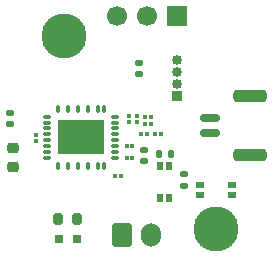
<source format=gts>
G04 #@! TF.GenerationSoftware,KiCad,Pcbnew,9.0.4*
G04 #@! TF.CreationDate,2025-10-13T14:39:45-04:00*
G04 #@! TF.ProjectId,bldc motor controller,626c6463-206d-46f7-946f-7220636f6e74,rev?*
G04 #@! TF.SameCoordinates,Original*
G04 #@! TF.FileFunction,Soldermask,Top*
G04 #@! TF.FilePolarity,Negative*
%FSLAX46Y46*%
G04 Gerber Fmt 4.6, Leading zero omitted, Abs format (unit mm)*
G04 Created by KiCad (PCBNEW 9.0.4) date 2025-10-13 14:39:45*
%MOMM*%
%LPD*%
G01*
G04 APERTURE LIST*
G04 Aperture macros list*
%AMRoundRect*
0 Rectangle with rounded corners*
0 $1 Rounding radius*
0 $2 $3 $4 $5 $6 $7 $8 $9 X,Y pos of 4 corners*
0 Add a 4 corners polygon primitive as box body*
4,1,4,$2,$3,$4,$5,$6,$7,$8,$9,$2,$3,0*
0 Add four circle primitives for the rounded corners*
1,1,$1+$1,$2,$3*
1,1,$1+$1,$4,$5*
1,1,$1+$1,$6,$7*
1,1,$1+$1,$8,$9*
0 Add four rect primitives between the rounded corners*
20,1,$1+$1,$2,$3,$4,$5,0*
20,1,$1+$1,$4,$5,$6,$7,0*
20,1,$1+$1,$6,$7,$8,$9,0*
20,1,$1+$1,$8,$9,$2,$3,0*%
G04 Aperture macros list end*
%ADD10R,0.720000X0.550000*%
%ADD11R,0.550000X0.720000*%
%ADD12R,0.800000X0.800000*%
%ADD13R,0.850000X0.850000*%
%ADD14C,0.850000*%
%ADD15RoundRect,0.250000X-0.600000X-0.750000X0.600000X-0.750000X0.600000X0.750000X-0.600000X0.750000X0*%
%ADD16O,1.700000X2.000000*%
%ADD17RoundRect,0.075000X-0.125000X-0.075000X0.125000X-0.075000X0.125000X0.075000X-0.125000X0.075000X0*%
%ADD18RoundRect,0.140000X-0.140000X-0.170000X0.140000X-0.170000X0.140000X0.170000X-0.140000X0.170000X0*%
%ADD19RoundRect,0.225000X-0.250000X0.225000X-0.250000X-0.225000X0.250000X-0.225000X0.250000X0.225000X0*%
%ADD20R,1.700000X1.700000*%
%ADD21C,1.700000*%
%ADD22RoundRect,0.200000X-0.200000X-0.275000X0.200000X-0.275000X0.200000X0.275000X-0.200000X0.275000X0*%
%ADD23RoundRect,0.150000X-0.700000X0.150000X-0.700000X-0.150000X0.700000X-0.150000X0.700000X0.150000X0*%
%ADD24RoundRect,0.250000X-1.150000X0.250000X-1.150000X-0.250000X1.150000X-0.250000X1.150000X0.250000X0*%
%ADD25RoundRect,0.140000X0.170000X-0.140000X0.170000X0.140000X-0.170000X0.140000X-0.170000X-0.140000X0*%
%ADD26RoundRect,0.140000X-0.170000X0.140000X-0.170000X-0.140000X0.170000X-0.140000X0.170000X0.140000X0*%
%ADD27RoundRect,0.075000X0.075000X-0.125000X0.075000X0.125000X-0.075000X0.125000X-0.075000X-0.125000X0*%
%ADD28O,0.280000X0.790000*%
%ADD29O,0.790000X0.280000*%
%ADD30R,4.000000X3.000000*%
%ADD31C,3.800000*%
%ADD32RoundRect,0.135000X0.185000X-0.135000X0.185000X0.135000X-0.185000X0.135000X-0.185000X-0.135000X0*%
G04 APERTURE END LIST*
D10*
G04 #@! TO.C,SW2*
X150250000Y-93350000D03*
X147550000Y-93350000D03*
X150250000Y-92550000D03*
X147550000Y-92550000D03*
G04 #@! TD*
D11*
G04 #@! TO.C,SW1*
X144100000Y-93650000D03*
X144100000Y-90950000D03*
X144900000Y-93650000D03*
X144900000Y-90950000D03*
G04 #@! TD*
D12*
G04 #@! TO.C,LED1*
X135550500Y-97100000D03*
X137149500Y-97100000D03*
G04 #@! TD*
D13*
G04 #@! TO.C,J1*
X145600000Y-85000000D03*
D14*
X145600000Y-84000000D03*
X145600000Y-83000000D03*
X145600000Y-82000000D03*
G04 #@! TD*
D15*
G04 #@! TO.C,-BAT+1*
X140900000Y-96750000D03*
D16*
X143400000Y-96750000D03*
G04 #@! TD*
D17*
G04 #@! TO.C,R10*
X140350000Y-91800000D03*
X140850000Y-91800000D03*
G04 #@! TD*
G04 #@! TO.C,C5*
X142550000Y-88250000D03*
X143050000Y-88250000D03*
G04 #@! TD*
D18*
G04 #@! TO.C,C24*
X144070000Y-89950000D03*
X145030000Y-89950000D03*
G04 #@! TD*
D19*
G04 #@! TO.C,C7*
X131650000Y-89425000D03*
X131650000Y-90975000D03*
G04 #@! TD*
D20*
G04 #@! TO.C,U8*
X145590000Y-78200000D03*
D21*
X143050000Y-78200000D03*
X140510000Y-78200000D03*
G04 #@! TD*
D17*
G04 #@! TO.C,C4*
X142850000Y-87400000D03*
X143350000Y-87400000D03*
G04 #@! TD*
D22*
G04 #@! TO.C,R8*
X135475000Y-95400000D03*
X137125000Y-95400000D03*
G04 #@! TD*
D17*
G04 #@! TO.C,R3*
X142850000Y-86800000D03*
X143350000Y-86800000D03*
G04 #@! TD*
D23*
G04 #@! TO.C,U7*
X148400000Y-86875000D03*
X148400000Y-88125000D03*
D24*
X151750000Y-85025000D03*
X151750000Y-89975000D03*
G04 #@! TD*
D17*
G04 #@! TO.C,R11*
X141300000Y-89250000D03*
X141800000Y-89250000D03*
G04 #@! TD*
G04 #@! TO.C,R4*
X143750000Y-88250000D03*
X144250000Y-88250000D03*
G04 #@! TD*
D25*
G04 #@! TO.C,C18*
X142750000Y-90530000D03*
X142750000Y-89570000D03*
G04 #@! TD*
D26*
G04 #@! TO.C,C10*
X131450000Y-86420000D03*
X131450000Y-87380000D03*
G04 #@! TD*
D27*
G04 #@! TO.C,R2*
X142200000Y-87200000D03*
X142200000Y-86700000D03*
G04 #@! TD*
D28*
G04 #@! TO.C,U1*
X139400000Y-86092250D03*
X138900000Y-86092250D03*
X138050000Y-86092250D03*
X137200000Y-86092250D03*
X136350000Y-86092250D03*
X135500000Y-86092250D03*
D29*
X134542500Y-86749750D03*
X134542500Y-87249750D03*
X134542500Y-87749750D03*
X134542500Y-88249750D03*
X134542500Y-88749750D03*
X134542500Y-89249750D03*
X134542500Y-89749750D03*
X134542500Y-90249750D03*
D28*
X135500000Y-90907250D03*
X136350000Y-90907250D03*
X137200000Y-90907250D03*
X138050000Y-90907250D03*
X138900000Y-90907250D03*
X139400000Y-90907250D03*
D29*
X140357500Y-90249750D03*
X140357500Y-89749750D03*
X140357500Y-89249750D03*
X140357500Y-88749750D03*
X140357500Y-88249750D03*
X140357500Y-87749750D03*
X140357500Y-87249750D03*
X140357500Y-86749750D03*
D30*
X137450000Y-88499750D03*
G04 #@! TD*
D26*
G04 #@! TO.C,C8*
X142350000Y-82170000D03*
X142350000Y-83130000D03*
G04 #@! TD*
D31*
G04 #@! TO.C,M2*
X136000000Y-79900000D03*
G04 #@! TD*
G04 #@! TO.C,M2*
X148850000Y-96300000D03*
G04 #@! TD*
D27*
G04 #@! TO.C,C3*
X141500000Y-87200000D03*
X141500000Y-86700000D03*
G04 #@! TD*
G04 #@! TO.C,C6*
X133650000Y-88800000D03*
X133650000Y-88300000D03*
G04 #@! TD*
D32*
G04 #@! TO.C,R7*
X146200000Y-92610000D03*
X146200000Y-91590000D03*
G04 #@! TD*
D17*
G04 #@! TO.C,R9*
X141300000Y-90250000D03*
X141800000Y-90250000D03*
G04 #@! TD*
M02*

</source>
